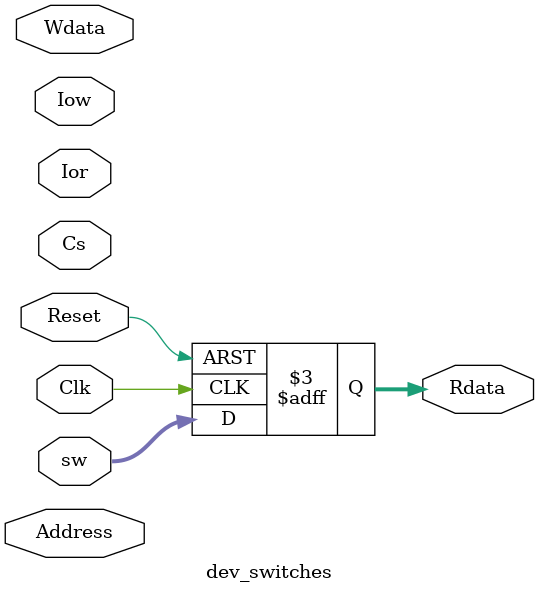
<source format=v>
`timescale 1ns / 1ps

module dev_switches(
input Reset,input [2:0] Address,input Cs,input Clk,input Iow , input Ior ,input [15:0] Wdata,output [15:0] Rdata,input [15:0] sw
);
reg [15:0] Rdata;
always @(posedge Clk or negedge Reset) //Òª¿¼ÂÇÊ±ÖÓ±ßÑØÒòËØ ÎÒÕâÀïÔÝÊ±Ã»ÓÐ¿¼ÂÇ
    begin
        if(Reset==0)
         begin
            Rdata = 0; 
         end
        else 
            Rdata = sw;
     end
endmodule

</source>
